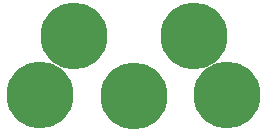
<source format=gtl>
%MOIN*%
%FSLAX25Y25*%
G04 D10 used for Character Trace; *
G04     Circle (OD=.01000) (No hole)*
G04 D11 used for Power Trace; *
G04     Circle (OD=.06700) (No hole)*
G04 D12 used for Signal Trace; *
G04     Circle (OD=.01100) (No hole)*
G04 D13 used for Via; *
G04     Circle (OD=.05800) (Round. Hole ID=.02800)*
G04 D14 used for Component hole; *
G04     Circle (OD=.06500) (Round. Hole ID=.03500)*
G04 D15 used for Component hole; *
G04     Circle (OD=.06700) (Round. Hole ID=.04300)*
G04 D16 used for Component hole; *
G04     Circle (OD=.08100) (Round. Hole ID=.05100)*
G04 D17 used for Component hole; *
G04     Circle (OD=.08900) (Round. Hole ID=.05900)*
G04 D18 used for Component hole; *
G04     Circle (OD=.11300) (Round. Hole ID=.08300)*
G04 D19 used for Component hole; *
G04     Circle (OD=.16000) (Round. Hole ID=.13000)*
G04 D20 used for Component hole; *
G04     Circle (OD=.18300) (Round. Hole ID=.15300)*
G04 D21 used for Component hole; *
G04     Circle (OD=.22291) (Round. Hole ID=.19291)*
%ADD10C,.01000*%
%ADD11C,.06700*%
%ADD12C,.01100*%
%ADD13C,.05800*%
%ADD14C,.06500*%
%ADD15C,.06700*%
%ADD16C,.08100*%
%ADD17C,.08900*%
%ADD18C,.11300*%
%ADD19C,.16000*%
%ADD20C,.18300*%
%ADD21C,.22291*%
%IPPOS*%
%LPD*%
G90*X0Y0D02*D21*X13750Y15625D03*X25000Y35000D03*  
X45000Y15000D03*X65000Y35000D03*X76250Y15625D03*  
M02*                                              

</source>
